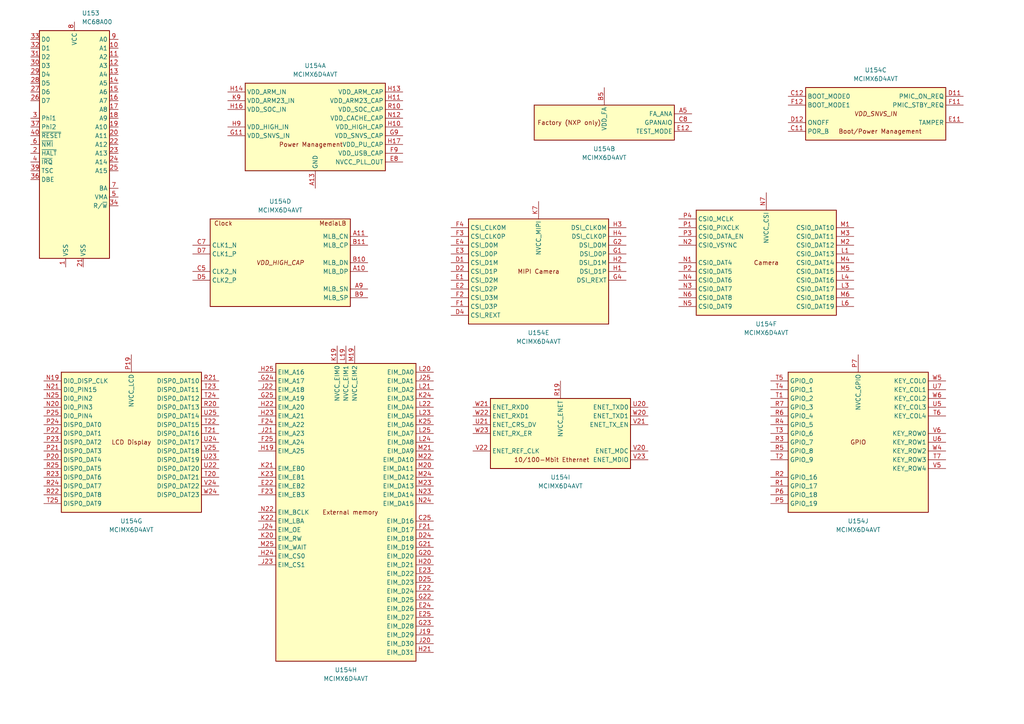
<source format=kicad_sch>
(kicad_sch (version 20250114) (generator "eeschema") (generator_version "9.0")
  (paper "A4")
  (symbol (lib_id "CPU_NXP_IMX:MCIMX6D4AVT") (at 248.92 128.27 0) (unit 10)
    (property "Reference" "U154" (at 248.92 151.13 0))
    (property "Value" "MCIMX6D4AVT" (at 248.92 153.67 0))
    (property "Footprint" "Package_BGA:BGA-624_21x21mm_Layout25x25_P0.8mm" (effects (hide yes)))
    (property "Datasheet" "https://www.nxp.com/docs/en/data-sheet/IMX6DQAEC.pdf" (effects (hide yes)))
    (property "Description" "i.MX 6Dual Automotive and Infotainment Application Processor, BGA-624" (effects (hide yes)))
  )
  (symbol (lib_id "CPU_NXP_IMX:MCIMX6D4AVT") (at 91.44 36.83 0) (unit 1)
    (property "Reference" "U154" (at 91.44 19.05 0))
    (property "Value" "MCIMX6D4AVT" (at 91.44 21.59 0))
    (property "Footprint" "Package_BGA:BGA-624_21x21mm_Layout25x25_P0.8mm" (effects (hide yes)))
    (property "Datasheet" "https://www.nxp.com/docs/en/data-sheet/IMX6DQAEC.pdf" (effects (hide yes)))
    (property "Description" "i.MX 6Dual Automotive and Infotainment Application Processor, BGA-624" (effects (hide yes)))
  )
  (symbol (lib_id "CPU_NXP_IMX:MCIMX6D4AVT") (at 222.25 76.2 0) (unit 6)
    (property "Reference" "U154" (at 222.25 93.98 0))
    (property "Value" "MCIMX6D4AVT" (at 222.25 96.52 0))
    (property "Footprint" "Package_BGA:BGA-624_21x21mm_Layout25x25_P0.8mm" (effects (hide yes)))
    (property "Datasheet" "https://www.nxp.com/docs/en/data-sheet/IMX6DQAEC.pdf" (effects (hide yes)))
    (property "Description" "i.MX 6Dual Automotive and Infotainment Application Processor, BGA-624" (effects (hide yes)))
  )
  (symbol (lib_id "CPU_NXP_IMX:MCIMX6D4AVT") (at 162.56 125.73 0) (unit 9)
    (property "Reference" "U154" (at 162.56 138.43 0))
    (property "Value" "MCIMX6D4AVT" (at 162.56 140.97 0))
    (property "Footprint" "Package_BGA:BGA-624_21x21mm_Layout25x25_P0.8mm" (effects (hide yes)))
    (property "Datasheet" "https://www.nxp.com/docs/en/data-sheet/IMX6DQAEC.pdf" (effects (hide yes)))
    (property "Description" "i.MX 6Dual Automotive and Infotainment Application Processor, BGA-624" (effects (hide yes)))
  )
  (symbol (lib_id "CPU_NXP_IMX:MCIMX6D4AVT") (at 254 33.02 0) (unit 3)
    (property "Reference" "U154" (at 254 20.32 0))
    (property "Value" "MCIMX6D4AVT" (at 254 22.86 0))
    (property "Footprint" "Package_BGA:BGA-624_21x21mm_Layout25x25_P0.8mm" (effects (hide yes)))
    (property "Datasheet" "https://www.nxp.com/docs/en/data-sheet/IMX6DQAEC.pdf" (effects (hide yes)))
    (property "Description" "i.MX 6Dual Automotive and Infotainment Application Processor, BGA-624" (effects (hide yes)))
  )
  (symbol (lib_id "CPU_NXP_IMX:MCIMX6D4AVT") (at 100.33 148.59 0) (unit 8)
    (property "Reference" "U154" (at 100.33 194.31 0))
    (property "Value" "MCIMX6D4AVT" (at 100.33 196.85 0))
    (property "Footprint" "Package_BGA:BGA-624_21x21mm_Layout25x25_P0.8mm" (effects (hide yes)))
    (property "Datasheet" "https://www.nxp.com/docs/en/data-sheet/IMX6DQAEC.pdf" (effects (hide yes)))
    (property "Description" "i.MX 6Dual Automotive and Infotainment Application Processor, BGA-624" (effects (hide yes)))
  )
  (symbol (lib_id "CPU_NXP_IMX:MCIMX6D4AVT") (at 156.21 78.74 0) (unit 5)
    (property "Reference" "U154" (at 156.21 96.52 0))
    (property "Value" "MCIMX6D4AVT" (at 156.21 99.06 0))
    (property "Footprint" "Package_BGA:BGA-624_21x21mm_Layout25x25_P0.8mm" (effects (hide yes)))
    (property "Datasheet" "https://www.nxp.com/docs/en/data-sheet/IMX6DQAEC.pdf" (effects (hide yes)))
    (property "Description" "i.MX 6Dual Automotive and Infotainment Application Processor, BGA-624" (effects (hide yes)))
  )
  (symbol (lib_id "CPU_NXP_IMX:MCIMX6D4AVT") (at 175.26 35.56 0) (unit 2)
    (property "Reference" "U154" (at 175.26 43.18 0))
    (property "Value" "MCIMX6D4AVT" (at 175.26 45.72 0))
    (property "Footprint" "Package_BGA:BGA-624_21x21mm_Layout25x25_P0.8mm" (effects (hide yes)))
    (property "Datasheet" "https://www.nxp.com/docs/en/data-sheet/IMX6DQAEC.pdf" (effects (hide yes)))
    (property "Description" "i.MX 6Dual Automotive and Infotainment Application Processor, BGA-624" (effects (hide yes)))
  )
  (symbol (lib_id "CPU_NXP_6800:MC68A00") (at 21.59 41.91 0) (unit 1)
    (property "Reference" "U153" (at 23.7333 3.81 0) (effects (justify left)))
    (property "Value" "MC68A00" (at 23.7333 6.35 0) (effects (justify left)))
    (property "Footprint" "Package_DIP:DIP-40_W15.24mm" (effects (hide yes)))
    (property "Datasheet" "http://pdf.datasheetcatalog.com/datasheet/motorola/MC68A00L.pdf" (effects (hide yes)))
    (property "Description" "8-Bit Microprocessing unit 1.5MHz, DIP-40" (effects (hide yes)))
  )
  (symbol (lib_id "CPU_NXP_IMX:MCIMX6D4AVT") (at 38.1 128.27 0) (unit 7)
    (property "Reference" "U154" (at 38.1 151.13 0))
    (property "Value" "MCIMX6D4AVT" (at 38.1 153.67 0))
    (property "Footprint" "Package_BGA:BGA-624_21x21mm_Layout25x25_P0.8mm" (effects (hide yes)))
    (property "Datasheet" "https://www.nxp.com/docs/en/data-sheet/IMX6DQAEC.pdf" (effects (hide yes)))
    (property "Description" "i.MX 6Dual Automotive and Infotainment Application Processor, BGA-624" (effects (hide yes)))
  )
  (symbol (lib_id "CPU_NXP_IMX:MCIMX6D4AVT") (at 81.28 76.2 0) (unit 4)
    (property "Reference" "U154" (at 81.28 58.42 0))
    (property "Value" "MCIMX6D4AVT" (at 81.28 60.96 0))
    (property "Footprint" "Package_BGA:BGA-624_21x21mm_Layout25x25_P0.8mm" (effects (hide yes)))
    (property "Datasheet" "https://www.nxp.com/docs/en/data-sheet/IMX6DQAEC.pdf" (effects (hide yes)))
    (property "Description" "i.MX 6Dual Automotive and Infotainment Application Processor, BGA-624" (effects (hide yes)))
  )
)
</source>
